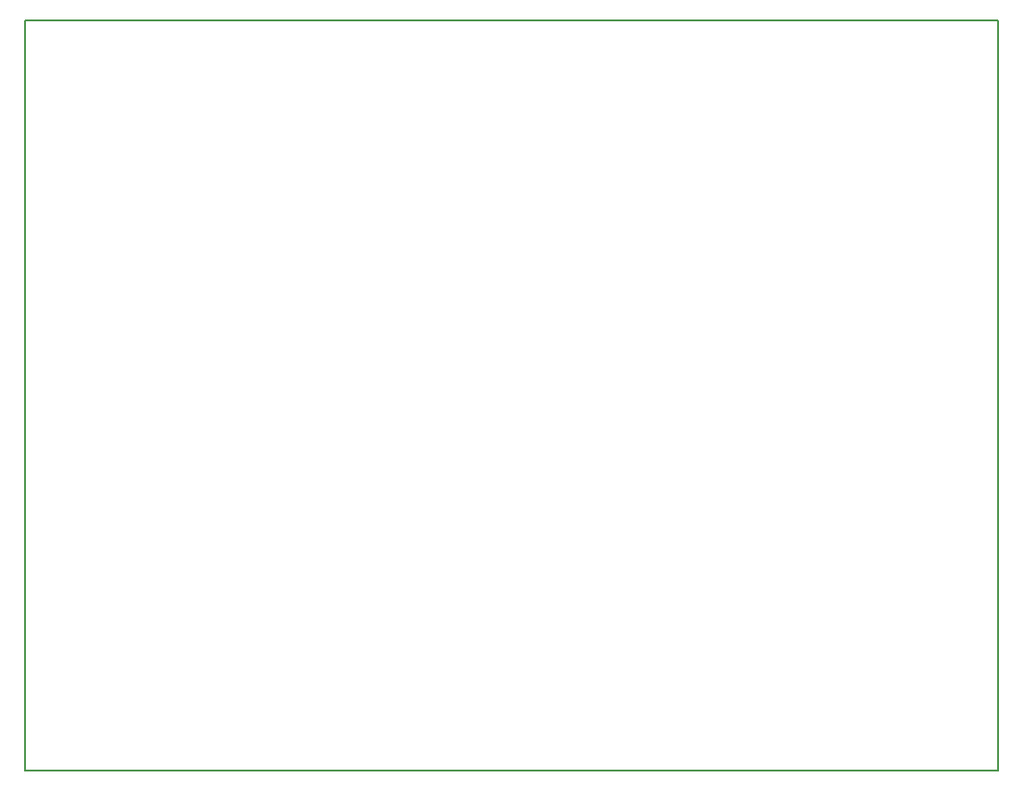
<source format=gbr>
G04 #@! TF.GenerationSoftware,KiCad,Pcbnew,(5.1.6-0-10_14)*
G04 #@! TF.CreationDate,2020-09-27T22:58:57+01:00*
G04 #@! TF.ProjectId,FixedPSU,46697865-6450-4535-952e-6b696361645f,rev?*
G04 #@! TF.SameCoordinates,Original*
G04 #@! TF.FileFunction,Profile,NP*
%FSLAX46Y46*%
G04 Gerber Fmt 4.6, Leading zero omitted, Abs format (unit mm)*
G04 Created by KiCad (PCBNEW (5.1.6-0-10_14)) date 2020-09-27 22:58:57*
%MOMM*%
%LPD*%
G01*
G04 APERTURE LIST*
G04 #@! TA.AperFunction,Profile*
%ADD10C,0.150000*%
G04 #@! TD*
G04 #@! TA.AperFunction,Profile*
%ADD11C,0.200000*%
G04 #@! TD*
G04 APERTURE END LIST*
D10*
X76200000Y-121920000D02*
X76200000Y-53340000D01*
X165100000Y-121920000D02*
X76200000Y-121920000D01*
D11*
X165100000Y-53340000D02*
X165100000Y-121920000D01*
X76200000Y-53340000D02*
X165100000Y-53340000D01*
M02*

</source>
